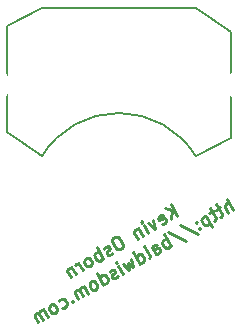
<source format=gbr>
G04 #@! TF.FileFunction,Legend,Bot*
%FSLAX46Y46*%
G04 Gerber Fmt 4.6, Leading zero omitted, Abs format (unit mm)*
G04 Created by KiCad (PCBNEW 4.0.7-e2-6376~58~ubuntu16.04.1) date Wed Nov 29 21:12:47 2017*
%MOMM*%
%LPD*%
G01*
G04 APERTURE LIST*
%ADD10C,0.100000*%
%ADD11C,0.275000*%
%ADD12C,0.150000*%
%ADD13R,4.400000X4.400000*%
%ADD14C,3.200000*%
%ADD15C,2.200000*%
%ADD16R,2.200000X2.200000*%
G04 APERTURE END LIST*
D10*
D11*
X128817401Y-114669650D02*
X128267401Y-113717022D01*
X128273042Y-114983935D02*
X128367025Y-114203863D01*
X127723042Y-114031307D02*
X128581686Y-114261380D01*
X127475677Y-115383810D02*
X127592594Y-115376792D01*
X127774046Y-115272031D01*
X127838582Y-115174286D01*
X127831565Y-115057369D01*
X127622041Y-114694464D01*
X127524297Y-114629928D01*
X127407380Y-114636946D01*
X127225928Y-114741707D01*
X127161391Y-114839451D01*
X127168409Y-114956369D01*
X127220790Y-115047094D01*
X127726803Y-114875916D01*
X126772295Y-115003612D02*
X126912145Y-115769650D01*
X126318663Y-115265517D01*
X126322423Y-116110126D02*
X125955757Y-115475041D01*
X125772423Y-115157498D02*
X125843977Y-115176671D01*
X125824804Y-115248224D01*
X125753250Y-115229052D01*
X125772423Y-115157498D01*
X125824804Y-115248224D01*
X125502124Y-115736946D02*
X125868790Y-116372031D01*
X125554505Y-115827672D02*
X125482951Y-115808499D01*
X125366034Y-115815517D01*
X125229945Y-115894088D01*
X125165409Y-115991832D01*
X125172427Y-116108750D01*
X125460522Y-116607745D01*
X123549624Y-116440831D02*
X123368172Y-116545593D01*
X123303636Y-116643337D01*
X123265290Y-116786445D01*
X123324689Y-116994088D01*
X123508022Y-117311630D01*
X123658147Y-117466893D01*
X123801255Y-117505238D01*
X123918172Y-117498221D01*
X124099624Y-117393459D01*
X124164160Y-117295715D01*
X124202506Y-117152607D01*
X124143107Y-116944964D01*
X123959774Y-116627422D01*
X123809649Y-116472159D01*
X123666541Y-116433814D01*
X123549624Y-116440831D01*
X123302259Y-117793334D02*
X123237723Y-117891078D01*
X123056270Y-117995840D01*
X122939354Y-118002857D01*
X122841609Y-117938321D01*
X122815419Y-117892958D01*
X122808401Y-117776041D01*
X122872936Y-117678297D01*
X123009026Y-117599726D01*
X123073562Y-117501981D01*
X123066545Y-117385065D01*
X123040354Y-117339702D01*
X122942610Y-117275166D01*
X122825693Y-117282184D01*
X122689603Y-117360755D01*
X122625068Y-117458499D01*
X122511911Y-118310126D02*
X121961911Y-117357498D01*
X122171435Y-117720404D02*
X122054518Y-117727422D01*
X121873066Y-117832183D01*
X121808530Y-117929927D01*
X121789357Y-118001481D01*
X121796375Y-118118398D01*
X121953517Y-118390577D01*
X122051262Y-118455113D01*
X122122816Y-118474286D01*
X122239733Y-118467268D01*
X122421185Y-118362507D01*
X122485721Y-118264762D01*
X121513920Y-118886316D02*
X121578456Y-118788572D01*
X121597629Y-118717018D01*
X121590611Y-118600101D01*
X121433469Y-118327922D01*
X121335724Y-118263386D01*
X121264171Y-118244213D01*
X121147254Y-118251231D01*
X121011165Y-118329802D01*
X120946629Y-118427546D01*
X120927456Y-118499100D01*
X120934474Y-118616017D01*
X121091616Y-118888196D01*
X121189360Y-118952732D01*
X121260914Y-118971905D01*
X121377831Y-118964887D01*
X121513920Y-118886316D01*
X120788109Y-119305364D02*
X120421442Y-118670279D01*
X120526204Y-118851732D02*
X120428460Y-118787196D01*
X120356906Y-118768023D01*
X120239989Y-118775041D01*
X120149263Y-118827421D01*
X119831720Y-119010755D02*
X120198387Y-119645840D01*
X119884101Y-119101481D02*
X119812548Y-119082308D01*
X119695631Y-119089326D01*
X119559542Y-119167897D01*
X119495006Y-119265641D01*
X119502023Y-119382559D01*
X119790118Y-119881554D01*
X133522368Y-114176034D02*
X132972368Y-113223406D01*
X133114099Y-114411748D02*
X132826004Y-113912753D01*
X132818987Y-113795836D01*
X132883523Y-113698092D01*
X133019612Y-113619521D01*
X133136529Y-113612503D01*
X133208083Y-113631676D01*
X132429890Y-113959997D02*
X132066984Y-114169521D01*
X132110467Y-113721025D02*
X132581895Y-114537563D01*
X132588913Y-114654480D01*
X132524377Y-114752225D01*
X132433650Y-114804606D01*
X131885532Y-114274282D02*
X131522625Y-114483806D01*
X131566108Y-114035311D02*
X132037537Y-114851849D01*
X132044554Y-114968766D01*
X131980018Y-115066510D01*
X131889292Y-115118891D01*
X131205083Y-114667139D02*
X131755083Y-115619767D01*
X131231274Y-114712502D02*
X131114357Y-114719520D01*
X130932904Y-114824282D01*
X130868368Y-114922026D01*
X130849196Y-114993580D01*
X130856213Y-115110497D01*
X131013356Y-115382676D01*
X131111100Y-115447212D01*
X131182654Y-115466384D01*
X131299571Y-115459367D01*
X131481023Y-115354605D01*
X131545559Y-115256861D01*
X130657467Y-115709117D02*
X130638295Y-115780670D01*
X130709848Y-115799843D01*
X130729021Y-115728289D01*
X130657467Y-115709117D01*
X130709848Y-115799843D01*
X130369372Y-115210121D02*
X130350200Y-115281675D01*
X130421753Y-115300848D01*
X130440926Y-115229294D01*
X130369372Y-115210121D01*
X130421753Y-115300848D01*
X128999577Y-115456614D02*
X130523258Y-116209993D01*
X128001586Y-116032804D02*
X129525267Y-116786184D01*
X128260233Y-117214129D02*
X127710233Y-116261501D01*
X127919757Y-116624407D02*
X127802840Y-116631425D01*
X127621388Y-116736187D01*
X127556852Y-116833931D01*
X127537679Y-116905485D01*
X127544697Y-117022402D01*
X127701839Y-117294581D01*
X127799584Y-117359117D01*
X127871137Y-117378289D01*
X127988054Y-117371272D01*
X128169507Y-117266510D01*
X128234043Y-117168766D01*
X126990063Y-117947462D02*
X126701968Y-117448467D01*
X126694950Y-117331550D01*
X126759486Y-117233806D01*
X126940939Y-117129044D01*
X127057856Y-117122026D01*
X126963873Y-117902099D02*
X127080790Y-117895081D01*
X127307605Y-117764129D01*
X127372141Y-117666385D01*
X127365124Y-117549468D01*
X127312743Y-117458741D01*
X127214998Y-117394205D01*
X127098081Y-117401223D01*
X126871266Y-117532175D01*
X126754349Y-117539193D01*
X126400341Y-118287939D02*
X126464877Y-118190194D01*
X126457859Y-118073277D01*
X125986430Y-117256739D01*
X125629167Y-118733176D02*
X125079167Y-117780548D01*
X125602976Y-118687813D02*
X125719893Y-118680795D01*
X125901345Y-118576034D01*
X125965881Y-118478289D01*
X125985054Y-118406736D01*
X125978036Y-118289819D01*
X125820894Y-118017640D01*
X125723150Y-117953104D01*
X125651596Y-117933931D01*
X125534679Y-117940949D01*
X125353227Y-118045710D01*
X125288691Y-118143454D01*
X124899594Y-118307615D02*
X125084807Y-119047462D01*
X124641451Y-118698592D01*
X124721902Y-119256986D01*
X124173782Y-118726663D01*
X124177543Y-119571272D02*
X123810876Y-118936187D01*
X123627543Y-118618644D02*
X123699096Y-118637817D01*
X123679924Y-118709370D01*
X123608370Y-118690198D01*
X123627543Y-118618644D01*
X123679924Y-118709370D01*
X123743083Y-119761623D02*
X123678547Y-119859367D01*
X123497093Y-119964129D01*
X123380177Y-119971146D01*
X123282433Y-119906610D01*
X123256242Y-119861247D01*
X123249225Y-119744330D01*
X123313760Y-119646586D01*
X123449850Y-119568015D01*
X123514386Y-119470270D01*
X123507369Y-119353354D01*
X123481178Y-119307991D01*
X123383434Y-119243455D01*
X123266517Y-119250473D01*
X123130427Y-119329044D01*
X123065892Y-119426788D01*
X122544466Y-120514129D02*
X121994466Y-119561501D01*
X122518276Y-120468765D02*
X122635193Y-120461748D01*
X122816645Y-120356986D01*
X122881181Y-120259242D01*
X122900354Y-120187688D01*
X122893336Y-120070771D01*
X122736194Y-119798592D01*
X122638449Y-119734056D01*
X122566896Y-119714883D01*
X122449979Y-119721901D01*
X122268526Y-119826663D01*
X122203990Y-119924407D01*
X121954744Y-120854605D02*
X122019280Y-120756861D01*
X122038453Y-120685307D01*
X122031435Y-120568390D01*
X121874292Y-120296211D01*
X121776548Y-120231675D01*
X121704994Y-120212502D01*
X121588077Y-120219520D01*
X121451988Y-120298091D01*
X121387452Y-120395835D01*
X121368279Y-120467389D01*
X121375297Y-120584306D01*
X121532440Y-120856485D01*
X121630184Y-120921021D01*
X121701738Y-120940194D01*
X121818655Y-120933176D01*
X121954744Y-120854605D01*
X121228932Y-121273653D02*
X120862266Y-120638568D01*
X120914647Y-120729294D02*
X120843093Y-120710121D01*
X120726176Y-120717139D01*
X120590087Y-120795710D01*
X120525551Y-120893454D01*
X120532569Y-121010372D01*
X120820664Y-121509367D01*
X120532569Y-121010372D02*
X120434824Y-120945835D01*
X120317907Y-120952853D01*
X120181817Y-121031425D01*
X120117281Y-121129169D01*
X120124299Y-121246086D01*
X120412394Y-121745081D01*
X119906380Y-121916260D02*
X119887208Y-121987813D01*
X119958761Y-122006986D01*
X119977934Y-121935432D01*
X119906380Y-121916260D01*
X119958761Y-122006986D01*
X119070669Y-122459242D02*
X119187586Y-122452224D01*
X119369039Y-122347463D01*
X119433575Y-122249718D01*
X119452748Y-122178165D01*
X119445730Y-122061248D01*
X119288587Y-121789069D01*
X119190843Y-121724533D01*
X119119289Y-121705360D01*
X119002372Y-121712378D01*
X118820920Y-121817139D01*
X118756384Y-121914883D01*
X118552501Y-122818891D02*
X118617037Y-122721147D01*
X118636209Y-122649593D01*
X118629192Y-122532676D01*
X118472049Y-122260497D01*
X118374305Y-122195961D01*
X118302751Y-122176788D01*
X118185834Y-122183806D01*
X118049745Y-122262377D01*
X117985209Y-122360121D01*
X117966036Y-122431675D01*
X117973054Y-122548592D01*
X118130197Y-122820771D01*
X118227941Y-122885307D01*
X118299495Y-122904480D01*
X118416412Y-122897462D01*
X118552501Y-122818891D01*
X117826689Y-123237939D02*
X117460023Y-122602854D01*
X117512404Y-122693580D02*
X117440850Y-122674407D01*
X117323933Y-122681425D01*
X117187844Y-122759996D01*
X117123308Y-122857740D01*
X117130325Y-122974658D01*
X117418420Y-123473653D01*
X117130325Y-122974658D02*
X117032581Y-122910121D01*
X116915664Y-122917139D01*
X116779574Y-122995711D01*
X116715038Y-123093455D01*
X116722056Y-123210372D01*
X117010151Y-123709367D01*
D12*
X117350400Y-109606600D02*
G75*
G02X130350400Y-109606600I6500000J-4000000D01*
G01*
X117350400Y-97106600D02*
X130350400Y-97106600D01*
X114350400Y-98606600D02*
X117350400Y-97106600D01*
X114350400Y-107606600D02*
X117350400Y-109606600D01*
X114350400Y-98606600D02*
X114350400Y-107606600D01*
X114350400Y-107606600D02*
X117350400Y-109606600D01*
X114350400Y-98606600D02*
X114350400Y-107606600D01*
X114350400Y-98606600D02*
X117350400Y-97106600D01*
X133350400Y-99106600D02*
X130350400Y-97106600D01*
X133350400Y-108106600D02*
X133350400Y-99106600D01*
X133350400Y-108106600D02*
X130350400Y-109606600D01*
%LPC*%
D13*
X123850400Y-103606600D03*
D14*
X113050400Y-103606600D03*
X134650400Y-103606600D03*
D15*
X121462800Y-67995800D03*
D16*
X118922800Y-67995800D03*
D15*
X125552200Y-123088400D03*
D16*
X128092200Y-123088400D03*
M02*

</source>
